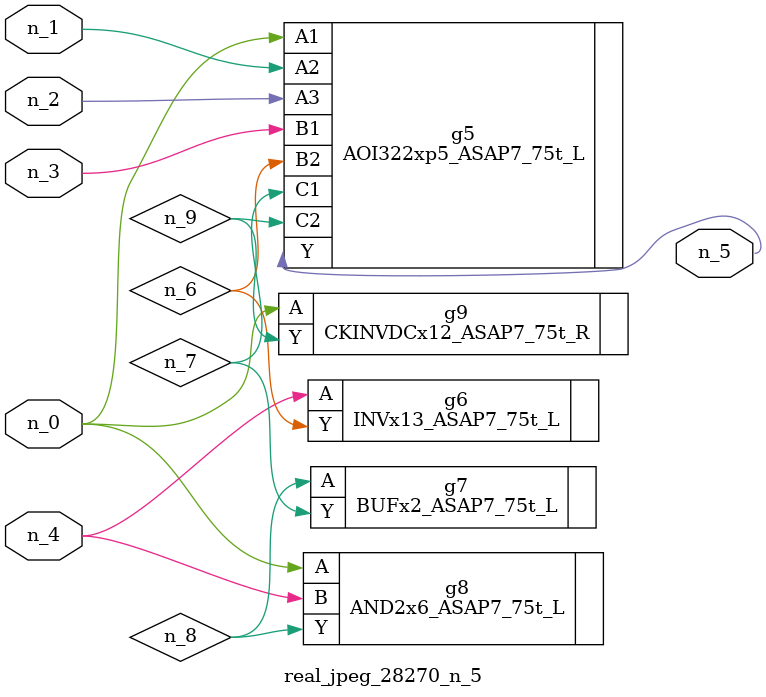
<source format=v>
module real_jpeg_28270_n_5 (n_4, n_0, n_1, n_2, n_3, n_5);

input n_4;
input n_0;
input n_1;
input n_2;
input n_3;

output n_5;

wire n_8;
wire n_6;
wire n_7;
wire n_9;

AOI322xp5_ASAP7_75t_L g5 ( 
.A1(n_0),
.A2(n_1),
.A3(n_2),
.B1(n_3),
.B2(n_6),
.C1(n_7),
.C2(n_9),
.Y(n_5)
);

AND2x6_ASAP7_75t_L g8 ( 
.A(n_0),
.B(n_4),
.Y(n_8)
);

CKINVDCx12_ASAP7_75t_R g9 ( 
.A(n_0),
.Y(n_9)
);

INVx13_ASAP7_75t_L g6 ( 
.A(n_4),
.Y(n_6)
);

BUFx2_ASAP7_75t_L g7 ( 
.A(n_8),
.Y(n_7)
);


endmodule
</source>
